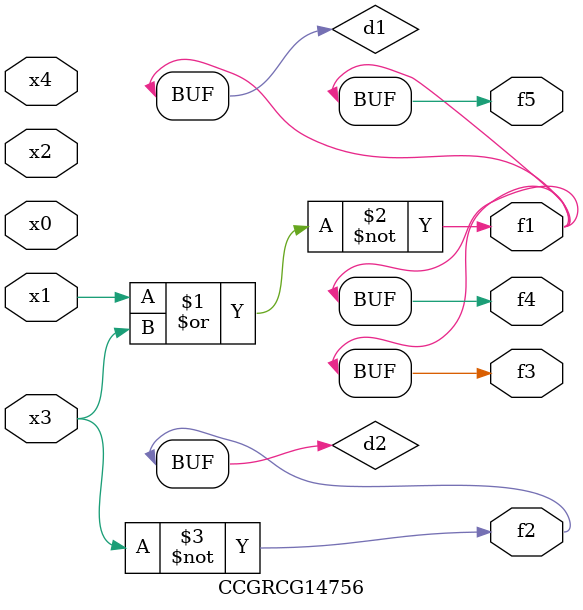
<source format=v>
module CCGRCG14756(
	input x0, x1, x2, x3, x4,
	output f1, f2, f3, f4, f5
);

	wire d1, d2;

	nor (d1, x1, x3);
	not (d2, x3);
	assign f1 = d1;
	assign f2 = d2;
	assign f3 = d1;
	assign f4 = d1;
	assign f5 = d1;
endmodule

</source>
